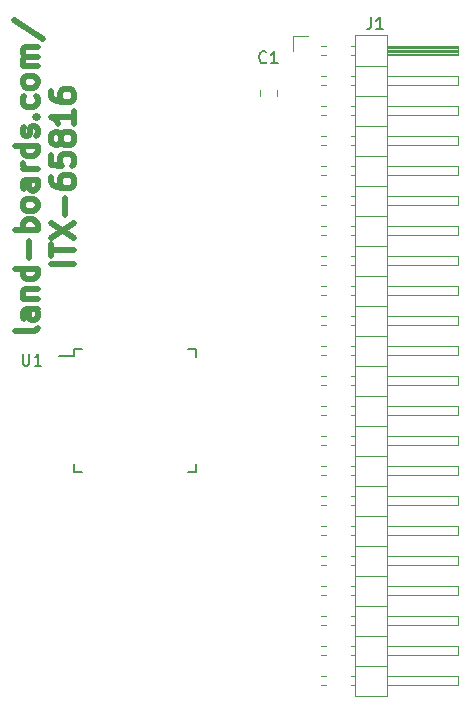
<source format=gto>
G04 #@! TF.GenerationSoftware,KiCad,Pcbnew,(6.0.1)*
G04 #@! TF.CreationDate,2022-08-24T10:48:15-04:00*
G04 #@! TF.ProjectId,ITX-65C816,4954582d-3635-4433-9831-362e6b696361,2*
G04 #@! TF.SameCoordinates,Original*
G04 #@! TF.FileFunction,Legend,Top*
G04 #@! TF.FilePolarity,Positive*
%FSLAX46Y46*%
G04 Gerber Fmt 4.6, Leading zero omitted, Abs format (unit mm)*
G04 Created by KiCad (PCBNEW (6.0.1)) date 2022-08-24 10:48:15*
%MOMM*%
%LPD*%
G01*
G04 APERTURE LIST*
%ADD10C,0.476250*%
%ADD11C,0.150000*%
%ADD12C,0.120000*%
G04 APERTURE END LIST*
D10*
X87466260Y-82849357D02*
X87375546Y-83030785D01*
X87194117Y-83121500D01*
X85561260Y-83121500D01*
X87466260Y-81307214D02*
X86468403Y-81307214D01*
X86286975Y-81397928D01*
X86196260Y-81579357D01*
X86196260Y-81942214D01*
X86286975Y-82123642D01*
X87375546Y-81307214D02*
X87466260Y-81488642D01*
X87466260Y-81942214D01*
X87375546Y-82123642D01*
X87194117Y-82214357D01*
X87012689Y-82214357D01*
X86831260Y-82123642D01*
X86740546Y-81942214D01*
X86740546Y-81488642D01*
X86649832Y-81307214D01*
X86196260Y-80400071D02*
X87466260Y-80400071D01*
X86377689Y-80400071D02*
X86286975Y-80309357D01*
X86196260Y-80127928D01*
X86196260Y-79855785D01*
X86286975Y-79674357D01*
X86468403Y-79583642D01*
X87466260Y-79583642D01*
X87466260Y-77860071D02*
X85561260Y-77860071D01*
X87375546Y-77860071D02*
X87466260Y-78041500D01*
X87466260Y-78404357D01*
X87375546Y-78585785D01*
X87284832Y-78676500D01*
X87103403Y-78767214D01*
X86559117Y-78767214D01*
X86377689Y-78676500D01*
X86286975Y-78585785D01*
X86196260Y-78404357D01*
X86196260Y-78041500D01*
X86286975Y-77860071D01*
X86740546Y-76952928D02*
X86740546Y-75501500D01*
X87466260Y-74594357D02*
X85561260Y-74594357D01*
X86286975Y-74594357D02*
X86196260Y-74412928D01*
X86196260Y-74050071D01*
X86286975Y-73868642D01*
X86377689Y-73777928D01*
X86559117Y-73687214D01*
X87103403Y-73687214D01*
X87284832Y-73777928D01*
X87375546Y-73868642D01*
X87466260Y-74050071D01*
X87466260Y-74412928D01*
X87375546Y-74594357D01*
X87466260Y-72598642D02*
X87375546Y-72780071D01*
X87284832Y-72870785D01*
X87103403Y-72961500D01*
X86559117Y-72961500D01*
X86377689Y-72870785D01*
X86286975Y-72780071D01*
X86196260Y-72598642D01*
X86196260Y-72326500D01*
X86286975Y-72145071D01*
X86377689Y-72054357D01*
X86559117Y-71963642D01*
X87103403Y-71963642D01*
X87284832Y-72054357D01*
X87375546Y-72145071D01*
X87466260Y-72326500D01*
X87466260Y-72598642D01*
X87466260Y-70330785D02*
X86468403Y-70330785D01*
X86286975Y-70421500D01*
X86196260Y-70602928D01*
X86196260Y-70965785D01*
X86286975Y-71147214D01*
X87375546Y-70330785D02*
X87466260Y-70512214D01*
X87466260Y-70965785D01*
X87375546Y-71147214D01*
X87194117Y-71237928D01*
X87012689Y-71237928D01*
X86831260Y-71147214D01*
X86740546Y-70965785D01*
X86740546Y-70512214D01*
X86649832Y-70330785D01*
X87466260Y-69423642D02*
X86196260Y-69423642D01*
X86559117Y-69423642D02*
X86377689Y-69332928D01*
X86286975Y-69242214D01*
X86196260Y-69060785D01*
X86196260Y-68879357D01*
X87466260Y-67427928D02*
X85561260Y-67427928D01*
X87375546Y-67427928D02*
X87466260Y-67609357D01*
X87466260Y-67972214D01*
X87375546Y-68153642D01*
X87284832Y-68244357D01*
X87103403Y-68335071D01*
X86559117Y-68335071D01*
X86377689Y-68244357D01*
X86286975Y-68153642D01*
X86196260Y-67972214D01*
X86196260Y-67609357D01*
X86286975Y-67427928D01*
X87375546Y-66611500D02*
X87466260Y-66430071D01*
X87466260Y-66067214D01*
X87375546Y-65885785D01*
X87194117Y-65795071D01*
X87103403Y-65795071D01*
X86921975Y-65885785D01*
X86831260Y-66067214D01*
X86831260Y-66339357D01*
X86740546Y-66520785D01*
X86559117Y-66611500D01*
X86468403Y-66611500D01*
X86286975Y-66520785D01*
X86196260Y-66339357D01*
X86196260Y-66067214D01*
X86286975Y-65885785D01*
X87284832Y-64978642D02*
X87375546Y-64887928D01*
X87466260Y-64978642D01*
X87375546Y-65069357D01*
X87284832Y-64978642D01*
X87466260Y-64978642D01*
X87375546Y-63255071D02*
X87466260Y-63436500D01*
X87466260Y-63799357D01*
X87375546Y-63980785D01*
X87284832Y-64071500D01*
X87103403Y-64162214D01*
X86559117Y-64162214D01*
X86377689Y-64071500D01*
X86286975Y-63980785D01*
X86196260Y-63799357D01*
X86196260Y-63436500D01*
X86286975Y-63255071D01*
X87466260Y-62166500D02*
X87375546Y-62347928D01*
X87284832Y-62438642D01*
X87103403Y-62529357D01*
X86559117Y-62529357D01*
X86377689Y-62438642D01*
X86286975Y-62347928D01*
X86196260Y-62166500D01*
X86196260Y-61894357D01*
X86286975Y-61712928D01*
X86377689Y-61622214D01*
X86559117Y-61531500D01*
X87103403Y-61531500D01*
X87284832Y-61622214D01*
X87375546Y-61712928D01*
X87466260Y-61894357D01*
X87466260Y-62166500D01*
X87466260Y-60715071D02*
X86196260Y-60715071D01*
X86377689Y-60715071D02*
X86286975Y-60624357D01*
X86196260Y-60442928D01*
X86196260Y-60170785D01*
X86286975Y-59989357D01*
X86468403Y-59898642D01*
X87466260Y-59898642D01*
X86468403Y-59898642D02*
X86286975Y-59807928D01*
X86196260Y-59626500D01*
X86196260Y-59354357D01*
X86286975Y-59172928D01*
X86468403Y-59082214D01*
X87466260Y-59082214D01*
X85470546Y-56814357D02*
X87919832Y-58447214D01*
X90533310Y-77451857D02*
X88628310Y-77451857D01*
X88628310Y-76816857D02*
X88628310Y-75728285D01*
X90533310Y-76272571D02*
X88628310Y-76272571D01*
X88628310Y-75274714D02*
X90533310Y-74004714D01*
X88628310Y-74004714D02*
X90533310Y-75274714D01*
X89807596Y-73279000D02*
X89807596Y-71827571D01*
X88628310Y-70104000D02*
X88628310Y-70466857D01*
X88719025Y-70648285D01*
X88809739Y-70739000D01*
X89081882Y-70920428D01*
X89444739Y-71011142D01*
X90170453Y-71011142D01*
X90351882Y-70920428D01*
X90442596Y-70829714D01*
X90533310Y-70648285D01*
X90533310Y-70285428D01*
X90442596Y-70104000D01*
X90351882Y-70013285D01*
X90170453Y-69922571D01*
X89716882Y-69922571D01*
X89535453Y-70013285D01*
X89444739Y-70104000D01*
X89354025Y-70285428D01*
X89354025Y-70648285D01*
X89444739Y-70829714D01*
X89535453Y-70920428D01*
X89716882Y-71011142D01*
X88628310Y-68199000D02*
X88628310Y-69106142D01*
X89535453Y-69196857D01*
X89444739Y-69106142D01*
X89354025Y-68924714D01*
X89354025Y-68471142D01*
X89444739Y-68289714D01*
X89535453Y-68199000D01*
X89716882Y-68108285D01*
X90170453Y-68108285D01*
X90351882Y-68199000D01*
X90442596Y-68289714D01*
X90533310Y-68471142D01*
X90533310Y-68924714D01*
X90442596Y-69106142D01*
X90351882Y-69196857D01*
X89444739Y-67019714D02*
X89354025Y-67201142D01*
X89263310Y-67291857D01*
X89081882Y-67382571D01*
X88991167Y-67382571D01*
X88809739Y-67291857D01*
X88719025Y-67201142D01*
X88628310Y-67019714D01*
X88628310Y-66656857D01*
X88719025Y-66475428D01*
X88809739Y-66384714D01*
X88991167Y-66294000D01*
X89081882Y-66294000D01*
X89263310Y-66384714D01*
X89354025Y-66475428D01*
X89444739Y-66656857D01*
X89444739Y-67019714D01*
X89535453Y-67201142D01*
X89626167Y-67291857D01*
X89807596Y-67382571D01*
X90170453Y-67382571D01*
X90351882Y-67291857D01*
X90442596Y-67201142D01*
X90533310Y-67019714D01*
X90533310Y-66656857D01*
X90442596Y-66475428D01*
X90351882Y-66384714D01*
X90170453Y-66294000D01*
X89807596Y-66294000D01*
X89626167Y-66384714D01*
X89535453Y-66475428D01*
X89444739Y-66656857D01*
X90533310Y-64479714D02*
X90533310Y-65568285D01*
X90533310Y-65024000D02*
X88628310Y-65024000D01*
X88900453Y-65205428D01*
X89081882Y-65386857D01*
X89172596Y-65568285D01*
X88628310Y-62846857D02*
X88628310Y-63209714D01*
X88719025Y-63391142D01*
X88809739Y-63481857D01*
X89081882Y-63663285D01*
X89444739Y-63754000D01*
X90170453Y-63754000D01*
X90351882Y-63663285D01*
X90442596Y-63572571D01*
X90533310Y-63391142D01*
X90533310Y-63028285D01*
X90442596Y-62846857D01*
X90351882Y-62756142D01*
X90170453Y-62665428D01*
X89716882Y-62665428D01*
X89535453Y-62756142D01*
X89444739Y-62846857D01*
X89354025Y-63028285D01*
X89354025Y-63391142D01*
X89444739Y-63572571D01*
X89535453Y-63663285D01*
X89716882Y-63754000D01*
D11*
X106833333Y-60357142D02*
X106785714Y-60404761D01*
X106642857Y-60452380D01*
X106547619Y-60452380D01*
X106404761Y-60404761D01*
X106309523Y-60309523D01*
X106261904Y-60214285D01*
X106214285Y-60023809D01*
X106214285Y-59880952D01*
X106261904Y-59690476D01*
X106309523Y-59595238D01*
X106404761Y-59500000D01*
X106547619Y-59452380D01*
X106642857Y-59452380D01*
X106785714Y-59500000D01*
X106833333Y-59547619D01*
X107785714Y-60452380D02*
X107214285Y-60452380D01*
X107500000Y-60452380D02*
X107500000Y-59452380D01*
X107404761Y-59595238D01*
X107309523Y-59690476D01*
X107214285Y-59738095D01*
X115710066Y-56567580D02*
X115710066Y-57281866D01*
X115662447Y-57424723D01*
X115567209Y-57519961D01*
X115424352Y-57567580D01*
X115329114Y-57567580D01*
X116710066Y-57567580D02*
X116138638Y-57567580D01*
X116424352Y-57567580D02*
X116424352Y-56567580D01*
X116329114Y-56710438D01*
X116233876Y-56805676D01*
X116138638Y-56853295D01*
X86207695Y-85050380D02*
X86207695Y-85859904D01*
X86255314Y-85955142D01*
X86302933Y-86002761D01*
X86398171Y-86050380D01*
X86588647Y-86050380D01*
X86683885Y-86002761D01*
X86731504Y-85955142D01*
X86779123Y-85859904D01*
X86779123Y-85050380D01*
X87779123Y-86050380D02*
X87207695Y-86050380D01*
X87493409Y-86050380D02*
X87493409Y-85050380D01*
X87398171Y-85193238D01*
X87302933Y-85288476D01*
X87207695Y-85336095D01*
D12*
X107735000Y-62738748D02*
X107735000Y-63261252D01*
X106265000Y-62738748D02*
X106265000Y-63261252D01*
X111431329Y-61545200D02*
X111885471Y-61545200D01*
X117028400Y-114055200D02*
X117028400Y-58055200D01*
X113971329Y-102945200D02*
X114368400Y-102945200D01*
X123028400Y-102185200D02*
X123028400Y-102945200D01*
X111431329Y-67385200D02*
X111885471Y-67385200D01*
X117028400Y-109805200D02*
X123028400Y-109805200D01*
X114368400Y-86055200D02*
X117028400Y-86055200D01*
X123028400Y-61545200D02*
X123028400Y-62305200D01*
X113971329Y-59005200D02*
X114368400Y-59005200D01*
X114368400Y-106375200D02*
X117028400Y-106375200D01*
X113971329Y-84405200D02*
X114368400Y-84405200D01*
X123028400Y-97865200D02*
X117028400Y-97865200D01*
X123028400Y-89485200D02*
X123028400Y-90245200D01*
X123028400Y-64845200D02*
X117028400Y-64845200D01*
X117028400Y-59545200D02*
X123028400Y-59545200D01*
X111431329Y-81865200D02*
X111885471Y-81865200D01*
X117028400Y-94565200D02*
X123028400Y-94565200D01*
X114368400Y-63195200D02*
X117028400Y-63195200D01*
X123028400Y-82625200D02*
X117028400Y-82625200D01*
X123028400Y-67385200D02*
X117028400Y-67385200D01*
X117028400Y-61545200D02*
X123028400Y-61545200D01*
X117028400Y-97105200D02*
X123028400Y-97105200D01*
X111431329Y-112345200D02*
X111885471Y-112345200D01*
X113971329Y-74245200D02*
X114368400Y-74245200D01*
X123028400Y-102945200D02*
X117028400Y-102945200D01*
X113971329Y-109805200D02*
X114368400Y-109805200D01*
X111431329Y-94565200D02*
X111885471Y-94565200D01*
X111431329Y-102185200D02*
X111885471Y-102185200D01*
X111431329Y-99645200D02*
X111885471Y-99645200D01*
X123028400Y-112345200D02*
X123028400Y-113105200D01*
X117028400Y-58055200D02*
X114368400Y-58055200D01*
X111498400Y-59005200D02*
X111885471Y-59005200D01*
X123028400Y-94565200D02*
X123028400Y-95325200D01*
X114368400Y-93675200D02*
X117028400Y-93675200D01*
X114368400Y-65735200D02*
X117028400Y-65735200D01*
X111431329Y-74245200D02*
X111885471Y-74245200D01*
X114368400Y-83515200D02*
X117028400Y-83515200D01*
X111431329Y-97105200D02*
X111885471Y-97105200D01*
X123028400Y-95325200D02*
X117028400Y-95325200D01*
X111431329Y-86945200D02*
X111885471Y-86945200D01*
X111431329Y-90245200D02*
X111885471Y-90245200D01*
X117028400Y-69165200D02*
X123028400Y-69165200D01*
X123028400Y-110565200D02*
X117028400Y-110565200D01*
X113971329Y-69925200D02*
X114368400Y-69925200D01*
X113971329Y-72465200D02*
X114368400Y-72465200D01*
X117028400Y-76785200D02*
X123028400Y-76785200D01*
X123028400Y-77545200D02*
X117028400Y-77545200D01*
X117028400Y-59005200D02*
X123028400Y-59005200D01*
X113971329Y-61545200D02*
X114368400Y-61545200D01*
X117028400Y-59665200D02*
X123028400Y-59665200D01*
X111431329Y-89485200D02*
X111885471Y-89485200D01*
X113971329Y-71705200D02*
X114368400Y-71705200D01*
X113971329Y-82625200D02*
X114368400Y-82625200D01*
X113971329Y-87705200D02*
X114368400Y-87705200D01*
X113971329Y-104725200D02*
X114368400Y-104725200D01*
X111431329Y-75005200D02*
X111885471Y-75005200D01*
X117028400Y-112345200D02*
X123028400Y-112345200D01*
X113971329Y-86945200D02*
X114368400Y-86945200D01*
X114368400Y-78435200D02*
X117028400Y-78435200D01*
X111431329Y-105485200D02*
X111885471Y-105485200D01*
X113971329Y-107265200D02*
X114368400Y-107265200D01*
X117028400Y-104725200D02*
X123028400Y-104725200D01*
X111431329Y-95325200D02*
X111885471Y-95325200D01*
X114368400Y-101295200D02*
X117028400Y-101295200D01*
X111431329Y-113105200D02*
X111885471Y-113105200D01*
X113971329Y-90245200D02*
X114368400Y-90245200D01*
X117028400Y-107265200D02*
X123028400Y-107265200D01*
X114368400Y-96215200D02*
X117028400Y-96215200D01*
X113971329Y-76785200D02*
X114368400Y-76785200D01*
X111431329Y-62305200D02*
X111885471Y-62305200D01*
X111431329Y-77545200D02*
X111885471Y-77545200D01*
X113971329Y-113105200D02*
X114368400Y-113105200D01*
X117028400Y-89485200D02*
X123028400Y-89485200D01*
X117028400Y-59305200D02*
X123028400Y-59305200D01*
X123028400Y-69925200D02*
X117028400Y-69925200D01*
X113971329Y-112345200D02*
X114368400Y-112345200D01*
X111431329Y-79325200D02*
X111885471Y-79325200D01*
X114368400Y-75895200D02*
X117028400Y-75895200D01*
X114368400Y-60655200D02*
X117028400Y-60655200D01*
X117028400Y-74245200D02*
X123028400Y-74245200D01*
X113971329Y-79325200D02*
X114368400Y-79325200D01*
X114368400Y-73355200D02*
X117028400Y-73355200D01*
X114368400Y-91135200D02*
X117028400Y-91135200D01*
X114368400Y-88595200D02*
X117028400Y-88595200D01*
X111431329Y-66625200D02*
X111885471Y-66625200D01*
X114368400Y-98755200D02*
X117028400Y-98755200D01*
X117028400Y-102185200D02*
X123028400Y-102185200D01*
X111431329Y-64085200D02*
X111885471Y-64085200D01*
X117028400Y-81865200D02*
X123028400Y-81865200D01*
X113971329Y-92025200D02*
X114368400Y-92025200D01*
X109118400Y-58115200D02*
X110388400Y-58115200D01*
X113971329Y-81865200D02*
X114368400Y-81865200D01*
X117028400Y-99645200D02*
X123028400Y-99645200D01*
X123028400Y-104725200D02*
X123028400Y-105485200D01*
X117028400Y-86945200D02*
X123028400Y-86945200D01*
X123028400Y-84405200D02*
X123028400Y-85165200D01*
X111431329Y-108025200D02*
X111885471Y-108025200D01*
X111431329Y-82625200D02*
X111885471Y-82625200D01*
X123028400Y-64085200D02*
X123028400Y-64845200D01*
X111431329Y-71705200D02*
X111885471Y-71705200D01*
X114368400Y-68275200D02*
X117028400Y-68275200D01*
X113971329Y-97865200D02*
X114368400Y-97865200D01*
X111431329Y-92785200D02*
X111885471Y-92785200D01*
X113971329Y-89485200D02*
X114368400Y-89485200D01*
X111431329Y-69165200D02*
X111885471Y-69165200D01*
X111431329Y-92025200D02*
X111885471Y-92025200D01*
X123028400Y-74245200D02*
X123028400Y-75005200D01*
X113971329Y-99645200D02*
X114368400Y-99645200D01*
X117028400Y-71705200D02*
X123028400Y-71705200D01*
X117028400Y-84405200D02*
X123028400Y-84405200D01*
X113971329Y-97105200D02*
X114368400Y-97105200D01*
X113971329Y-77545200D02*
X114368400Y-77545200D01*
X113971329Y-94565200D02*
X114368400Y-94565200D01*
X123028400Y-80085200D02*
X117028400Y-80085200D01*
X113971329Y-64085200D02*
X114368400Y-64085200D01*
X111431329Y-84405200D02*
X111885471Y-84405200D01*
X113971329Y-66625200D02*
X114368400Y-66625200D01*
X114368400Y-58055200D02*
X114368400Y-114055200D01*
X111498400Y-59765200D02*
X111885471Y-59765200D01*
X123028400Y-99645200D02*
X123028400Y-100405200D01*
X114368400Y-111455200D02*
X117028400Y-111455200D01*
X113971329Y-59765200D02*
X114368400Y-59765200D01*
X113971329Y-95325200D02*
X114368400Y-95325200D01*
X123028400Y-79325200D02*
X123028400Y-80085200D01*
X114368400Y-108915200D02*
X117028400Y-108915200D01*
X117028400Y-59065200D02*
X123028400Y-59065200D01*
X123028400Y-59765200D02*
X117028400Y-59765200D01*
X123028400Y-92785200D02*
X117028400Y-92785200D01*
X113971329Y-92785200D02*
X114368400Y-92785200D01*
X123028400Y-90245200D02*
X117028400Y-90245200D01*
X117028400Y-64085200D02*
X123028400Y-64085200D01*
X123028400Y-107265200D02*
X123028400Y-108025200D01*
X111431329Y-110565200D02*
X111885471Y-110565200D01*
X117028400Y-59185200D02*
X123028400Y-59185200D01*
X113971329Y-102185200D02*
X114368400Y-102185200D01*
X111431329Y-72465200D02*
X111885471Y-72465200D01*
X123028400Y-71705200D02*
X123028400Y-72465200D01*
X111431329Y-80085200D02*
X111885471Y-80085200D01*
X123028400Y-100405200D02*
X117028400Y-100405200D01*
X123028400Y-97105200D02*
X123028400Y-97865200D01*
X117028400Y-92025200D02*
X123028400Y-92025200D01*
X111431329Y-100405200D02*
X111885471Y-100405200D01*
X111431329Y-97865200D02*
X111885471Y-97865200D01*
X113971329Y-85165200D02*
X114368400Y-85165200D01*
X114368400Y-103835200D02*
X117028400Y-103835200D01*
X123028400Y-81865200D02*
X123028400Y-82625200D01*
X123028400Y-109805200D02*
X123028400Y-110565200D01*
X123028400Y-105485200D02*
X117028400Y-105485200D01*
X113971329Y-64845200D02*
X114368400Y-64845200D01*
X113971329Y-75005200D02*
X114368400Y-75005200D01*
X123028400Y-59005200D02*
X123028400Y-59765200D01*
X123028400Y-85165200D02*
X117028400Y-85165200D01*
X117028400Y-59425200D02*
X123028400Y-59425200D01*
X113971329Y-80085200D02*
X114368400Y-80085200D01*
X123028400Y-87705200D02*
X117028400Y-87705200D01*
X114368400Y-114055200D02*
X117028400Y-114055200D01*
X113971329Y-108025200D02*
X114368400Y-108025200D01*
X123028400Y-75005200D02*
X117028400Y-75005200D01*
X123028400Y-72465200D02*
X117028400Y-72465200D01*
X114368400Y-80975200D02*
X117028400Y-80975200D01*
X123028400Y-86945200D02*
X123028400Y-87705200D01*
X113971329Y-69165200D02*
X114368400Y-69165200D01*
X114368400Y-70815200D02*
X117028400Y-70815200D01*
X111431329Y-64845200D02*
X111885471Y-64845200D01*
X117028400Y-79325200D02*
X123028400Y-79325200D01*
X111431329Y-104725200D02*
X111885471Y-104725200D01*
X111431329Y-109805200D02*
X111885471Y-109805200D01*
X113971329Y-100405200D02*
X114368400Y-100405200D01*
X117028400Y-66625200D02*
X123028400Y-66625200D01*
X111431329Y-87705200D02*
X111885471Y-87705200D01*
X113971329Y-110565200D02*
X114368400Y-110565200D01*
X123028400Y-113105200D02*
X117028400Y-113105200D01*
X123028400Y-76785200D02*
X123028400Y-77545200D01*
X111431329Y-76785200D02*
X111885471Y-76785200D01*
X123028400Y-62305200D02*
X117028400Y-62305200D01*
X113971329Y-62305200D02*
X114368400Y-62305200D01*
X111431329Y-107265200D02*
X111885471Y-107265200D01*
X111431329Y-102945200D02*
X111885471Y-102945200D01*
X109118400Y-59385200D02*
X109118400Y-58115200D01*
X113971329Y-105485200D02*
X114368400Y-105485200D01*
X111431329Y-85165200D02*
X111885471Y-85165200D01*
X123028400Y-108025200D02*
X117028400Y-108025200D01*
X123028400Y-92025200D02*
X123028400Y-92785200D01*
X113971329Y-67385200D02*
X114368400Y-67385200D01*
X111431329Y-69925200D02*
X111885471Y-69925200D01*
X123028400Y-66625200D02*
X123028400Y-67385200D01*
X123028400Y-69165200D02*
X123028400Y-69925200D01*
D11*
X90557600Y-84690200D02*
X90557600Y-85265200D01*
X90557600Y-95040200D02*
X90557600Y-94365200D01*
X100907600Y-84690200D02*
X100232600Y-84690200D01*
X100907600Y-84690200D02*
X100907600Y-85365200D01*
X100907600Y-95040200D02*
X100907600Y-94365200D01*
X90557600Y-85265200D02*
X89282600Y-85265200D01*
X90557600Y-95040200D02*
X91232600Y-95040200D01*
X100907600Y-95040200D02*
X100232600Y-95040200D01*
X90557600Y-84690200D02*
X91232600Y-84690200D01*
M02*

</source>
